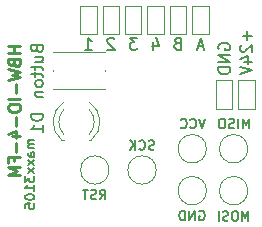
<source format=gbr>
%TF.GenerationSoftware,KiCad,Pcbnew,(6.0.9)*%
%TF.CreationDate,2024-03-30T18:12:03+01:00*%
%TF.ProjectId,HBW-IO-4-FM_Platine1,4842572d-494f-42d3-942d-464d5f506c61,rev?*%
%TF.SameCoordinates,Original*%
%TF.FileFunction,Legend,Bot*%
%TF.FilePolarity,Positive*%
%FSLAX46Y46*%
G04 Gerber Fmt 4.6, Leading zero omitted, Abs format (unit mm)*
G04 Created by KiCad (PCBNEW (6.0.9)) date 2024-03-30 18:12:03*
%MOMM*%
%LPD*%
G01*
G04 APERTURE LIST*
%ADD10C,0.150000*%
%ADD11C,0.250000*%
%ADD12C,0.120000*%
G04 APERTURE END LIST*
D10*
X137479523Y-100290000D02*
X137555714Y-100251904D01*
X137670000Y-100251904D01*
X137784285Y-100290000D01*
X137860476Y-100366190D01*
X137898571Y-100442380D01*
X137936666Y-100594761D01*
X137936666Y-100709047D01*
X137898571Y-100861428D01*
X137860476Y-100937619D01*
X137784285Y-101013809D01*
X137670000Y-101051904D01*
X137593809Y-101051904D01*
X137479523Y-101013809D01*
X137441428Y-100975714D01*
X137441428Y-100709047D01*
X137593809Y-100709047D01*
X137098571Y-101051904D02*
X137098571Y-100251904D01*
X136641428Y-101051904D01*
X136641428Y-100251904D01*
X136260476Y-101051904D02*
X136260476Y-100251904D01*
X136070000Y-100251904D01*
X135955714Y-100290000D01*
X135879523Y-100366190D01*
X135841428Y-100442380D01*
X135803333Y-100594761D01*
X135803333Y-100709047D01*
X135841428Y-100861428D01*
X135879523Y-100937619D01*
X135955714Y-101013809D01*
X136070000Y-101051904D01*
X136260476Y-101051904D01*
X137996666Y-92471904D02*
X137730000Y-93271904D01*
X137463333Y-92471904D01*
X136739523Y-93195714D02*
X136777619Y-93233809D01*
X136891904Y-93271904D01*
X136968095Y-93271904D01*
X137082380Y-93233809D01*
X137158571Y-93157619D01*
X137196666Y-93081428D01*
X137234761Y-92929047D01*
X137234761Y-92814761D01*
X137196666Y-92662380D01*
X137158571Y-92586190D01*
X137082380Y-92510000D01*
X136968095Y-92471904D01*
X136891904Y-92471904D01*
X136777619Y-92510000D01*
X136739523Y-92548095D01*
X135939523Y-93195714D02*
X135977619Y-93233809D01*
X136091904Y-93271904D01*
X136168095Y-93271904D01*
X136282380Y-93233809D01*
X136358571Y-93157619D01*
X136396666Y-93081428D01*
X136434761Y-92929047D01*
X136434761Y-92814761D01*
X136396666Y-92662380D01*
X136358571Y-92586190D01*
X136282380Y-92510000D01*
X136168095Y-92471904D01*
X136091904Y-92471904D01*
X135977619Y-92510000D01*
X135939523Y-92548095D01*
X141657142Y-101091904D02*
X141657142Y-100291904D01*
X141390476Y-100863333D01*
X141123809Y-100291904D01*
X141123809Y-101091904D01*
X140590476Y-100291904D02*
X140438095Y-100291904D01*
X140361904Y-100330000D01*
X140285714Y-100406190D01*
X140247619Y-100558571D01*
X140247619Y-100825238D01*
X140285714Y-100977619D01*
X140361904Y-101053809D01*
X140438095Y-101091904D01*
X140590476Y-101091904D01*
X140666666Y-101053809D01*
X140742857Y-100977619D01*
X140780952Y-100825238D01*
X140780952Y-100558571D01*
X140742857Y-100406190D01*
X140666666Y-100330000D01*
X140590476Y-100291904D01*
X139942857Y-101053809D02*
X139828571Y-101091904D01*
X139638095Y-101091904D01*
X139561904Y-101053809D01*
X139523809Y-101015714D01*
X139485714Y-100939523D01*
X139485714Y-100863333D01*
X139523809Y-100787142D01*
X139561904Y-100749047D01*
X139638095Y-100710952D01*
X139790476Y-100672857D01*
X139866666Y-100634761D01*
X139904761Y-100596666D01*
X139942857Y-100520476D01*
X139942857Y-100444285D01*
X139904761Y-100368095D01*
X139866666Y-100330000D01*
X139790476Y-100291904D01*
X139600000Y-100291904D01*
X139485714Y-100330000D01*
X139142857Y-101091904D02*
X139142857Y-100291904D01*
X141687142Y-93251904D02*
X141687142Y-92451904D01*
X141420476Y-93023333D01*
X141153809Y-92451904D01*
X141153809Y-93251904D01*
X140772857Y-93251904D02*
X140772857Y-92451904D01*
X140430000Y-93213809D02*
X140315714Y-93251904D01*
X140125238Y-93251904D01*
X140049047Y-93213809D01*
X140010952Y-93175714D01*
X139972857Y-93099523D01*
X139972857Y-93023333D01*
X140010952Y-92947142D01*
X140049047Y-92909047D01*
X140125238Y-92870952D01*
X140277619Y-92832857D01*
X140353809Y-92794761D01*
X140391904Y-92756666D01*
X140430000Y-92680476D01*
X140430000Y-92604285D01*
X140391904Y-92528095D01*
X140353809Y-92490000D01*
X140277619Y-92451904D01*
X140087142Y-92451904D01*
X139972857Y-92490000D01*
X139477619Y-92451904D02*
X139325238Y-92451904D01*
X139249047Y-92490000D01*
X139172857Y-92566190D01*
X139134761Y-92718571D01*
X139134761Y-92985238D01*
X139172857Y-93137619D01*
X139249047Y-93213809D01*
X139325238Y-93251904D01*
X139477619Y-93251904D01*
X139553809Y-93213809D01*
X139630000Y-93137619D01*
X139668095Y-92985238D01*
X139668095Y-92718571D01*
X139630000Y-92566190D01*
X139553809Y-92490000D01*
X139477619Y-92451904D01*
X133688571Y-95043809D02*
X133574285Y-95081904D01*
X133383809Y-95081904D01*
X133307619Y-95043809D01*
X133269523Y-95005714D01*
X133231428Y-94929523D01*
X133231428Y-94853333D01*
X133269523Y-94777142D01*
X133307619Y-94739047D01*
X133383809Y-94700952D01*
X133536190Y-94662857D01*
X133612380Y-94624761D01*
X133650476Y-94586666D01*
X133688571Y-94510476D01*
X133688571Y-94434285D01*
X133650476Y-94358095D01*
X133612380Y-94320000D01*
X133536190Y-94281904D01*
X133345714Y-94281904D01*
X133231428Y-94320000D01*
X132431428Y-95005714D02*
X132469523Y-95043809D01*
X132583809Y-95081904D01*
X132660000Y-95081904D01*
X132774285Y-95043809D01*
X132850476Y-94967619D01*
X132888571Y-94891428D01*
X132926666Y-94739047D01*
X132926666Y-94624761D01*
X132888571Y-94472380D01*
X132850476Y-94396190D01*
X132774285Y-94320000D01*
X132660000Y-94281904D01*
X132583809Y-94281904D01*
X132469523Y-94320000D01*
X132431428Y-94358095D01*
X132088571Y-95081904D02*
X132088571Y-94281904D01*
X131631428Y-95081904D02*
X131974285Y-94624761D01*
X131631428Y-94281904D02*
X132088571Y-94739047D01*
X129078095Y-99261904D02*
X129344761Y-98880952D01*
X129535238Y-99261904D02*
X129535238Y-98461904D01*
X129230476Y-98461904D01*
X129154285Y-98500000D01*
X129116190Y-98538095D01*
X129078095Y-98614285D01*
X129078095Y-98728571D01*
X129116190Y-98804761D01*
X129154285Y-98842857D01*
X129230476Y-98880952D01*
X129535238Y-98880952D01*
X128773333Y-99223809D02*
X128659047Y-99261904D01*
X128468571Y-99261904D01*
X128392380Y-99223809D01*
X128354285Y-99185714D01*
X128316190Y-99109523D01*
X128316190Y-99033333D01*
X128354285Y-98957142D01*
X128392380Y-98919047D01*
X128468571Y-98880952D01*
X128620952Y-98842857D01*
X128697142Y-98804761D01*
X128735238Y-98766666D01*
X128773333Y-98690476D01*
X128773333Y-98614285D01*
X128735238Y-98538095D01*
X128697142Y-98500000D01*
X128620952Y-98461904D01*
X128430476Y-98461904D01*
X128316190Y-98500000D01*
X128087619Y-98461904D02*
X127630476Y-98461904D01*
X127859047Y-99261904D02*
X127859047Y-98461904D01*
X123541904Y-94273809D02*
X123008571Y-94273809D01*
X123084761Y-94273809D02*
X123046666Y-94311904D01*
X123008571Y-94388095D01*
X123008571Y-94502380D01*
X123046666Y-94578571D01*
X123122857Y-94616666D01*
X123541904Y-94616666D01*
X123122857Y-94616666D02*
X123046666Y-94654761D01*
X123008571Y-94730952D01*
X123008571Y-94845238D01*
X123046666Y-94921428D01*
X123122857Y-94959523D01*
X123541904Y-94959523D01*
X123541904Y-95683333D02*
X123122857Y-95683333D01*
X123046666Y-95645238D01*
X123008571Y-95569047D01*
X123008571Y-95416666D01*
X123046666Y-95340476D01*
X123503809Y-95683333D02*
X123541904Y-95607142D01*
X123541904Y-95416666D01*
X123503809Y-95340476D01*
X123427619Y-95302380D01*
X123351428Y-95302380D01*
X123275238Y-95340476D01*
X123237142Y-95416666D01*
X123237142Y-95607142D01*
X123199047Y-95683333D01*
X123541904Y-95988095D02*
X123008571Y-96407142D01*
X123008571Y-95988095D02*
X123541904Y-96407142D01*
X123541904Y-96635714D02*
X123008571Y-97054761D01*
X123008571Y-96635714D02*
X123541904Y-97054761D01*
X122741904Y-97283333D02*
X122741904Y-97778571D01*
X123046666Y-97511904D01*
X123046666Y-97626190D01*
X123084761Y-97702380D01*
X123122857Y-97740476D01*
X123199047Y-97778571D01*
X123389523Y-97778571D01*
X123465714Y-97740476D01*
X123503809Y-97702380D01*
X123541904Y-97626190D01*
X123541904Y-97397619D01*
X123503809Y-97321428D01*
X123465714Y-97283333D01*
X123541904Y-98540476D02*
X123541904Y-98083333D01*
X123541904Y-98311904D02*
X122741904Y-98311904D01*
X122856190Y-98235714D01*
X122932380Y-98159523D01*
X122970476Y-98083333D01*
X122741904Y-99035714D02*
X122741904Y-99111904D01*
X122780000Y-99188095D01*
X122818095Y-99226190D01*
X122894285Y-99264285D01*
X123046666Y-99302380D01*
X123237142Y-99302380D01*
X123389523Y-99264285D01*
X123465714Y-99226190D01*
X123503809Y-99188095D01*
X123541904Y-99111904D01*
X123541904Y-99035714D01*
X123503809Y-98959523D01*
X123465714Y-98921428D01*
X123389523Y-98883333D01*
X123237142Y-98845238D01*
X123046666Y-98845238D01*
X122894285Y-98883333D01*
X122818095Y-98921428D01*
X122780000Y-98959523D01*
X122741904Y-99035714D01*
X122741904Y-100026190D02*
X122741904Y-99645238D01*
X123122857Y-99607142D01*
X123084761Y-99645238D01*
X123046666Y-99721428D01*
X123046666Y-99911904D01*
X123084761Y-99988095D01*
X123122857Y-100026190D01*
X123199047Y-100064285D01*
X123389523Y-100064285D01*
X123465714Y-100026190D01*
X123503809Y-99988095D01*
X123541904Y-99911904D01*
X123541904Y-99721428D01*
X123503809Y-99645238D01*
X123465714Y-99607142D01*
D11*
X122322380Y-86337619D02*
X121322380Y-86337619D01*
X121798571Y-86337619D02*
X121798571Y-86909047D01*
X122322380Y-86909047D02*
X121322380Y-86909047D01*
X121798571Y-87718571D02*
X121846190Y-87861428D01*
X121893809Y-87909047D01*
X121989047Y-87956666D01*
X122131904Y-87956666D01*
X122227142Y-87909047D01*
X122274761Y-87861428D01*
X122322380Y-87766190D01*
X122322380Y-87385238D01*
X121322380Y-87385238D01*
X121322380Y-87718571D01*
X121370000Y-87813809D01*
X121417619Y-87861428D01*
X121512857Y-87909047D01*
X121608095Y-87909047D01*
X121703333Y-87861428D01*
X121750952Y-87813809D01*
X121798571Y-87718571D01*
X121798571Y-87385238D01*
X121322380Y-88290000D02*
X122322380Y-88528095D01*
X121608095Y-88718571D01*
X122322380Y-88909047D01*
X121322380Y-89147142D01*
X121941428Y-89528095D02*
X121941428Y-90290000D01*
X122322380Y-90766190D02*
X121322380Y-90766190D01*
X121322380Y-91432857D02*
X121322380Y-91623333D01*
X121370000Y-91718571D01*
X121465238Y-91813809D01*
X121655714Y-91861428D01*
X121989047Y-91861428D01*
X122179523Y-91813809D01*
X122274761Y-91718571D01*
X122322380Y-91623333D01*
X122322380Y-91432857D01*
X122274761Y-91337619D01*
X122179523Y-91242380D01*
X121989047Y-91194761D01*
X121655714Y-91194761D01*
X121465238Y-91242380D01*
X121370000Y-91337619D01*
X121322380Y-91432857D01*
X121941428Y-92290000D02*
X121941428Y-93051904D01*
X121655714Y-93956666D02*
X122322380Y-93956666D01*
X121274761Y-93718571D02*
X121989047Y-93480476D01*
X121989047Y-94099523D01*
X121941428Y-94480476D02*
X121941428Y-95242380D01*
X121798571Y-96051904D02*
X121798571Y-95718571D01*
X122322380Y-95718571D02*
X121322380Y-95718571D01*
X121322380Y-96194761D01*
X122322380Y-96575714D02*
X121322380Y-96575714D01*
X122036666Y-96909047D01*
X121322380Y-97242380D01*
X122322380Y-97242380D01*
D10*
%TO.C,D1*%
X124252380Y-92061904D02*
X123252380Y-92061904D01*
X123252380Y-92300000D01*
X123300000Y-92442857D01*
X123395238Y-92538095D01*
X123490476Y-92585714D01*
X123680952Y-92633333D01*
X123823809Y-92633333D01*
X124014285Y-92585714D01*
X124109523Y-92538095D01*
X124204761Y-92442857D01*
X124252380Y-92300000D01*
X124252380Y-92061904D01*
X124252380Y-93585714D02*
X124252380Y-93014285D01*
X124252380Y-93300000D02*
X123252380Y-93300000D01*
X123395238Y-93204761D01*
X123490476Y-93109523D01*
X123538095Y-93014285D01*
%TO.C,SW1*%
X123728571Y-86542857D02*
X123776190Y-86685714D01*
X123823809Y-86733333D01*
X123919047Y-86780952D01*
X124061904Y-86780952D01*
X124157142Y-86733333D01*
X124204761Y-86685714D01*
X124252380Y-86590476D01*
X124252380Y-86209523D01*
X123252380Y-86209523D01*
X123252380Y-86542857D01*
X123300000Y-86638095D01*
X123347619Y-86685714D01*
X123442857Y-86733333D01*
X123538095Y-86733333D01*
X123633333Y-86685714D01*
X123680952Y-86638095D01*
X123728571Y-86542857D01*
X123728571Y-86209523D01*
X123585714Y-87638095D02*
X124252380Y-87638095D01*
X123585714Y-87209523D02*
X124109523Y-87209523D01*
X124204761Y-87257142D01*
X124252380Y-87352380D01*
X124252380Y-87495238D01*
X124204761Y-87590476D01*
X124157142Y-87638095D01*
X123585714Y-87971428D02*
X123585714Y-88352380D01*
X123252380Y-88114285D02*
X124109523Y-88114285D01*
X124204761Y-88161904D01*
X124252380Y-88257142D01*
X124252380Y-88352380D01*
X123585714Y-88542857D02*
X123585714Y-88923809D01*
X123252380Y-88685714D02*
X124109523Y-88685714D01*
X124204761Y-88733333D01*
X124252380Y-88828571D01*
X124252380Y-88923809D01*
X124252380Y-89400000D02*
X124204761Y-89304761D01*
X124157142Y-89257142D01*
X124061904Y-89209523D01*
X123776190Y-89209523D01*
X123680952Y-89257142D01*
X123633333Y-89304761D01*
X123585714Y-89400000D01*
X123585714Y-89542857D01*
X123633333Y-89638095D01*
X123680952Y-89685714D01*
X123776190Y-89733333D01*
X124061904Y-89733333D01*
X124157142Y-89685714D01*
X124204761Y-89638095D01*
X124252380Y-89542857D01*
X124252380Y-89400000D01*
X123585714Y-90161904D02*
X124252380Y-90161904D01*
X123680952Y-90161904D02*
X123633333Y-90209523D01*
X123585714Y-90304761D01*
X123585714Y-90447619D01*
X123633333Y-90542857D01*
X123728571Y-90590476D01*
X124252380Y-90590476D01*
%TO.C,ST10*%
X139150000Y-86588095D02*
X139102380Y-86492857D01*
X139102380Y-86350000D01*
X139150000Y-86207142D01*
X139245238Y-86111904D01*
X139340476Y-86064285D01*
X139530952Y-86016666D01*
X139673809Y-86016666D01*
X139864285Y-86064285D01*
X139959523Y-86111904D01*
X140054761Y-86207142D01*
X140102380Y-86350000D01*
X140102380Y-86445238D01*
X140054761Y-86588095D01*
X140007142Y-86635714D01*
X139673809Y-86635714D01*
X139673809Y-86445238D01*
X140102380Y-87064285D02*
X139102380Y-87064285D01*
X140102380Y-87635714D01*
X139102380Y-87635714D01*
X140102380Y-88111904D02*
X139102380Y-88111904D01*
X139102380Y-88350000D01*
X139150000Y-88492857D01*
X139245238Y-88588095D01*
X139340476Y-88635714D01*
X139530952Y-88683333D01*
X139673809Y-88683333D01*
X139864285Y-88635714D01*
X139959523Y-88588095D01*
X140054761Y-88492857D01*
X140102380Y-88350000D01*
X140102380Y-88111904D01*
%TO.C,ST3*%
X137838095Y-86316666D02*
X137361904Y-86316666D01*
X137933333Y-86602380D02*
X137600000Y-85602380D01*
X137266666Y-86602380D01*
%TO.C,ST4*%
X132233333Y-85602380D02*
X131614285Y-85602380D01*
X131947619Y-85983333D01*
X131804761Y-85983333D01*
X131709523Y-86030952D01*
X131661904Y-86078571D01*
X131614285Y-86173809D01*
X131614285Y-86411904D01*
X131661904Y-86507142D01*
X131709523Y-86554761D01*
X131804761Y-86602380D01*
X132090476Y-86602380D01*
X132185714Y-86554761D01*
X132233333Y-86507142D01*
%TO.C,ST5*%
X130285714Y-85697619D02*
X130238095Y-85650000D01*
X130142857Y-85602380D01*
X129904761Y-85602380D01*
X129809523Y-85650000D01*
X129761904Y-85697619D01*
X129714285Y-85792857D01*
X129714285Y-85888095D01*
X129761904Y-86030952D01*
X130333333Y-86602380D01*
X129714285Y-86602380D01*
%TO.C,ST9*%
X141571428Y-85038095D02*
X141571428Y-85800000D01*
X141952380Y-85419047D02*
X141190476Y-85419047D01*
X141047619Y-86228571D02*
X141000000Y-86276190D01*
X140952380Y-86371428D01*
X140952380Y-86609523D01*
X141000000Y-86704761D01*
X141047619Y-86752380D01*
X141142857Y-86800000D01*
X141238095Y-86800000D01*
X141380952Y-86752380D01*
X141952380Y-86180952D01*
X141952380Y-86800000D01*
X141285714Y-87657142D02*
X141952380Y-87657142D01*
X140904761Y-87419047D02*
X141619047Y-87180952D01*
X141619047Y-87800000D01*
X140952380Y-88038095D02*
X141952380Y-88371428D01*
X140952380Y-88704761D01*
%TO.C,ST6*%
X135628571Y-86078571D02*
X135485714Y-86126190D01*
X135438095Y-86173809D01*
X135390476Y-86269047D01*
X135390476Y-86411904D01*
X135438095Y-86507142D01*
X135485714Y-86554761D01*
X135580952Y-86602380D01*
X135961904Y-86602380D01*
X135961904Y-85602380D01*
X135628571Y-85602380D01*
X135533333Y-85650000D01*
X135485714Y-85697619D01*
X135438095Y-85792857D01*
X135438095Y-85888095D01*
X135485714Y-85983333D01*
X135533333Y-86030952D01*
X135628571Y-86078571D01*
X135961904Y-86078571D01*
%TO.C,ST7*%
X127814285Y-86602380D02*
X128385714Y-86602380D01*
X128100000Y-86602380D02*
X128100000Y-85602380D01*
X128195238Y-85745238D01*
X128290476Y-85840476D01*
X128385714Y-85888095D01*
%TO.C,ST8*%
X133609523Y-85935714D02*
X133609523Y-86602380D01*
X133847619Y-85554761D02*
X134085714Y-86269047D01*
X133466666Y-86269047D01*
D12*
%TO.C,D1*%
X126020000Y-94290000D02*
X125864000Y-94290000D01*
X128336000Y-94290000D02*
X128180000Y-94290000D01*
X128335516Y-94290000D02*
G75*
G03*
X128178608Y-91057665I-1235516J1560000D01*
G01*
X126021392Y-91057665D02*
G75*
G03*
X125864484Y-94290000I1078608J-1672335D01*
G01*
X128180000Y-93770961D02*
G75*
G03*
X128179837Y-91688870I-1080000J1040961D01*
G01*
X126020163Y-91688870D02*
G75*
G03*
X126020000Y-93770961I1079837J-1041130D01*
G01*
%TO.C,SW1*%
X129500000Y-88350000D02*
X129500000Y-88450000D01*
X125100000Y-88350000D02*
X125100000Y-88450000D01*
X129500000Y-89950000D02*
X125100000Y-89950000D01*
X125100000Y-86850000D02*
X129500000Y-86850000D01*
%TO.C,ST10*%
X140300000Y-91600000D02*
X140300000Y-89200000D01*
X138900000Y-91600000D02*
X140300000Y-91600000D01*
X138900000Y-89200000D02*
X138900000Y-91600000D01*
X140300000Y-89200000D02*
X138900000Y-89200000D01*
%TO.C,ST3*%
X138300000Y-82900000D02*
X136900000Y-82900000D01*
X136900000Y-85300000D02*
X138300000Y-85300000D01*
X136900000Y-82900000D02*
X136900000Y-85300000D01*
X138300000Y-85300000D02*
X138300000Y-82900000D01*
%TO.C,ST4*%
X131200000Y-82900000D02*
X131200000Y-85300000D01*
X131200000Y-85300000D02*
X132600000Y-85300000D01*
X132600000Y-85300000D02*
X132600000Y-82900000D01*
X132600000Y-82900000D02*
X131200000Y-82900000D01*
%TO.C,ST5*%
X129300000Y-85300000D02*
X130700000Y-85300000D01*
X130700000Y-85300000D02*
X130700000Y-82900000D01*
X130700000Y-82900000D02*
X129300000Y-82900000D01*
X129300000Y-82900000D02*
X129300000Y-85300000D01*
%TO.C,ST9*%
X142200000Y-91600000D02*
X142200000Y-89200000D01*
X140800000Y-91600000D02*
X142200000Y-91600000D01*
X140800000Y-89200000D02*
X140800000Y-91600000D01*
X142200000Y-89200000D02*
X140800000Y-89200000D01*
%TO.C,ISP*%
X141600000Y-98550000D02*
G75*
G03*
X141600000Y-98550000I-1200000J0D01*
G01*
X133850000Y-96800000D02*
G75*
G03*
X133850000Y-96800000I-1200000J0D01*
G01*
X138100000Y-95000000D02*
G75*
G03*
X138100000Y-95000000I-1200000J0D01*
G01*
X141600000Y-95000000D02*
G75*
G03*
X141600000Y-95000000I-1200000J0D01*
G01*
X129850000Y-96800000D02*
G75*
G03*
X129850000Y-96800000I-1200000J0D01*
G01*
X138100000Y-98550000D02*
G75*
G03*
X138100000Y-98550000I-1200000J0D01*
G01*
%TO.C,ST6*%
X135000000Y-85300000D02*
X136400000Y-85300000D01*
X136400000Y-85300000D02*
X136400000Y-82900000D01*
X136400000Y-82900000D02*
X135000000Y-82900000D01*
X135000000Y-82900000D02*
X135000000Y-85300000D01*
%TO.C,ST7*%
X127400000Y-82900000D02*
X127400000Y-85300000D01*
X127400000Y-85300000D02*
X128800000Y-85300000D01*
X128800000Y-85300000D02*
X128800000Y-82900000D01*
X128800000Y-82900000D02*
X127400000Y-82900000D01*
%TO.C,ST8*%
X134500000Y-82900000D02*
X133100000Y-82900000D01*
X133100000Y-82900000D02*
X133100000Y-85300000D01*
X133100000Y-85300000D02*
X134500000Y-85300000D01*
X134500000Y-85300000D02*
X134500000Y-82900000D01*
%TD*%
M02*

</source>
